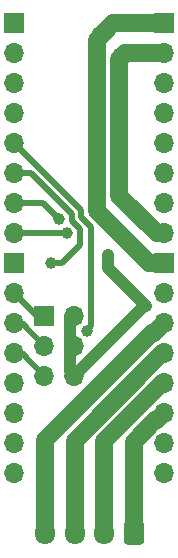
<source format=gbr>
%TF.GenerationSoftware,KiCad,Pcbnew,7.0.11-7.0.11~ubuntu22.04.1*%
%TF.CreationDate,2024-03-10T10:15:41+03:00*%
%TF.ProjectId,MDExt,4d444578-742e-46b6-9963-61645f706362,rev?*%
%TF.SameCoordinates,Original*%
%TF.FileFunction,Copper,L2,Bot*%
%TF.FilePolarity,Positive*%
%FSLAX46Y46*%
G04 Gerber Fmt 4.6, Leading zero omitted, Abs format (unit mm)*
G04 Created by KiCad (PCBNEW 7.0.11-7.0.11~ubuntu22.04.1) date 2024-03-10 10:15:41*
%MOMM*%
%LPD*%
G01*
G04 APERTURE LIST*
G04 Aperture macros list*
%AMRoundRect*
0 Rectangle with rounded corners*
0 $1 Rounding radius*
0 $2 $3 $4 $5 $6 $7 $8 $9 X,Y pos of 4 corners*
0 Add a 4 corners polygon primitive as box body*
4,1,4,$2,$3,$4,$5,$6,$7,$8,$9,$2,$3,0*
0 Add four circle primitives for the rounded corners*
1,1,$1+$1,$2,$3*
1,1,$1+$1,$4,$5*
1,1,$1+$1,$6,$7*
1,1,$1+$1,$8,$9*
0 Add four rect primitives between the rounded corners*
20,1,$1+$1,$2,$3,$4,$5,0*
20,1,$1+$1,$4,$5,$6,$7,0*
20,1,$1+$1,$6,$7,$8,$9,0*
20,1,$1+$1,$8,$9,$2,$3,0*%
G04 Aperture macros list end*
%TA.AperFunction,ComponentPad*%
%ADD10RoundRect,0.250000X0.600000X0.725000X-0.600000X0.725000X-0.600000X-0.725000X0.600000X-0.725000X0*%
%TD*%
%TA.AperFunction,ComponentPad*%
%ADD11O,1.700000X1.950000*%
%TD*%
%TA.AperFunction,ComponentPad*%
%ADD12C,1.600000*%
%TD*%
%TA.AperFunction,ComponentPad*%
%ADD13R,1.700000X1.700000*%
%TD*%
%TA.AperFunction,ComponentPad*%
%ADD14O,1.700000X1.700000*%
%TD*%
%TA.AperFunction,ViaPad*%
%ADD15C,1.000000*%
%TD*%
%TA.AperFunction,Conductor*%
%ADD16C,1.000000*%
%TD*%
%TA.AperFunction,Conductor*%
%ADD17C,0.500000*%
%TD*%
%TA.AperFunction,Conductor*%
%ADD18C,1.500000*%
%TD*%
G04 APERTURE END LIST*
D10*
%TO.P,J6,1,Pin_1*%
%TO.N,Net-(J2-Pin_6)*%
X53300000Y-83820000D03*
D11*
%TO.P,J6,2,Pin_2*%
%TO.N,Net-(J2-Pin_5)*%
X50800000Y-83820000D03*
%TO.P,J6,3,Pin_3*%
%TO.N,Net-(J2-Pin_4)*%
X48300000Y-83820000D03*
%TO.P,J6,4,Pin_4*%
%TO.N,Net-(J2-Pin_3)*%
X45800000Y-83820000D03*
%TD*%
D12*
%TO.P,C1,1*%
%TO.N,+12V*%
X50551117Y-41661117D03*
%TO.P,C1,2*%
%TO.N,GND*%
X52318884Y-43428884D03*
%TD*%
D13*
%TO.P,J1,1,Pin_1*%
%TO.N,/MDriverExtendY/EN*%
X43180000Y-60960000D03*
D14*
%TO.P,J1,2,Pin_2*%
%TO.N,Net-(J1-Pin_2)*%
X43180000Y-63500000D03*
%TO.P,J1,3,Pin_3*%
%TO.N,Net-(J1-Pin_3)*%
X43180000Y-66040000D03*
%TO.P,J1,4,Pin_4*%
%TO.N,Net-(J1-Pin_4)*%
X43180000Y-68580000D03*
%TO.P,J1,5,Pin_5*%
%TO.N,/MDriverExtendY/RST*%
X43180000Y-71120000D03*
%TO.P,J1,6,Pin_6*%
%TO.N,/MDriverExtendY/SLP*%
X43180000Y-73660000D03*
%TO.P,J1,7,Pin_7*%
%TO.N,/MDriverExtendY/STP*%
X43180000Y-76200000D03*
%TO.P,J1,8,Pin_8*%
%TO.N,/MDriverExtendY/DIR*%
X43180000Y-78740000D03*
%TD*%
D13*
%TO.P,J5,1,Pin_1*%
%TO.N,+12V*%
X55880000Y-40640000D03*
D14*
%TO.P,J5,2,Pin_2*%
%TO.N,GND*%
X55880000Y-43180000D03*
%TO.P,J5,3,Pin_3*%
%TO.N,unconnected-(J5-Pin_3-Pad3)*%
X55880000Y-45720000D03*
%TO.P,J5,4,Pin_4*%
%TO.N,unconnected-(J5-Pin_4-Pad4)*%
X55880000Y-48260000D03*
%TO.P,J5,5,Pin_5*%
%TO.N,unconnected-(J5-Pin_5-Pad5)*%
X55880000Y-50800000D03*
%TO.P,J5,6,Pin_6*%
%TO.N,unconnected-(J5-Pin_6-Pad6)*%
X55880000Y-53340000D03*
%TO.P,J5,7,Pin_7*%
%TO.N,+5V*%
X55880000Y-55880000D03*
%TO.P,J5,8,Pin_8*%
%TO.N,GND*%
X55880000Y-58420000D03*
%TD*%
D13*
%TO.P,J4,1,Pin_1*%
%TO.N,/MDriverExtendY/EN*%
X43180000Y-40640000D03*
D14*
%TO.P,J4,2,Pin_2*%
%TO.N,unconnected-(J4-Pin_2-Pad2)*%
X43180000Y-43180000D03*
%TO.P,J4,3,Pin_3*%
%TO.N,unconnected-(J4-Pin_3-Pad3)*%
X43180000Y-45720000D03*
%TO.P,J4,4,Pin_4*%
%TO.N,unconnected-(J4-Pin_4-Pad4)*%
X43180000Y-48260000D03*
%TO.P,J4,5,Pin_5*%
%TO.N,/MDriverExtendY/RST*%
X43180000Y-50800000D03*
%TO.P,J4,6,Pin_6*%
%TO.N,/MDriverExtendY/SLP*%
X43180000Y-53340000D03*
%TO.P,J4,7,Pin_7*%
%TO.N,/MDriverExtendY/STP*%
X43180000Y-55880000D03*
%TO.P,J4,8,Pin_8*%
%TO.N,/MDriverExtendY/DIR*%
X43180000Y-58420000D03*
%TD*%
D13*
%TO.P,J2,1,Pin_1*%
%TO.N,+12V*%
X55880000Y-60960000D03*
D14*
%TO.P,J2,2,Pin_2*%
%TO.N,GND*%
X55880000Y-63500000D03*
%TO.P,J2,3,Pin_3*%
%TO.N,Net-(J2-Pin_3)*%
X55880000Y-66040000D03*
%TO.P,J2,4,Pin_4*%
%TO.N,Net-(J2-Pin_4)*%
X55880000Y-68580000D03*
%TO.P,J2,5,Pin_5*%
%TO.N,Net-(J2-Pin_5)*%
X55880000Y-71120000D03*
%TO.P,J2,6,Pin_6*%
%TO.N,Net-(J2-Pin_6)*%
X55880000Y-73660000D03*
%TO.P,J2,7,Pin_7*%
%TO.N,+5V*%
X55880000Y-76200000D03*
%TO.P,J2,8,Pin_8*%
%TO.N,GND*%
X55880000Y-78740000D03*
%TD*%
D13*
%TO.P,J3,1,Pin_1*%
%TO.N,Net-(J1-Pin_2)*%
X45720000Y-65405000D03*
D14*
%TO.P,J3,2,Pin_2*%
%TO.N,+5V*%
X48260000Y-65405000D03*
%TO.P,J3,3,Pin_3*%
%TO.N,Net-(J1-Pin_3)*%
X45720000Y-67945000D03*
%TO.P,J3,4,Pin_4*%
%TO.N,+5V*%
X48260000Y-67945000D03*
%TO.P,J3,5,Pin_5*%
%TO.N,Net-(J1-Pin_4)*%
X45720000Y-70485000D03*
%TO.P,J3,6,Pin_6*%
%TO.N,+5V*%
X48260000Y-70485000D03*
%TD*%
D15*
%TO.N,+5V*%
X51100000Y-60300000D03*
X54308472Y-64591544D03*
%TO.N,/MDriverExtendY/RST*%
X49317806Y-66678684D03*
%TO.N,/MDriverExtendY/SLP*%
X46283783Y-60965079D03*
%TO.N,/MDriverExtendY/STP*%
X46951852Y-57188148D03*
%TO.N,/MDriverExtendY/DIR*%
X47620099Y-58424818D03*
%TD*%
D16*
%TO.N,+5V*%
X54153456Y-64591544D02*
X54308472Y-64591544D01*
X48260000Y-70485000D02*
X54153456Y-64591544D01*
X51100000Y-61383071D02*
X54308472Y-64591544D01*
X51100000Y-60300000D02*
X51100000Y-61383071D01*
X48260000Y-65405000D02*
X47900000Y-65765000D01*
X47900000Y-65765000D02*
X47900000Y-70125000D01*
X47900000Y-70125000D02*
X48260000Y-70485000D01*
D17*
%TO.N,/MDriverExtendY/RST*%
X48865000Y-57053478D02*
X48865000Y-56485000D01*
X49700000Y-66296490D02*
X49700000Y-57888478D01*
X49700000Y-57888478D02*
X48865000Y-57053478D01*
X49317806Y-66678684D02*
X49700000Y-66296490D01*
X48865000Y-56485000D02*
X43180000Y-50800000D01*
D18*
%TO.N,+12V*%
X50165000Y-56515000D02*
X50165000Y-42047234D01*
X54610000Y-60960000D02*
X50165000Y-56515000D01*
X51572234Y-40640000D02*
X55880000Y-40640000D01*
X50165000Y-42047234D02*
X51572234Y-40640000D01*
X55880000Y-60960000D02*
X54610000Y-60960000D01*
%TO.N,GND*%
X52070000Y-43677768D02*
X52567768Y-43180000D01*
X55250584Y-58420000D02*
X52070000Y-55239416D01*
X52070000Y-55239416D02*
X52070000Y-43677768D01*
X55880000Y-58420000D02*
X55250584Y-58420000D01*
X52567768Y-43180000D02*
X55880000Y-43180000D01*
D17*
%TO.N,/MDriverExtendY/SLP*%
X44588630Y-53340000D02*
X48065000Y-56816370D01*
X48772871Y-59392054D02*
X47199846Y-60965079D01*
X48065000Y-56816370D02*
X48065000Y-57384848D01*
X47199846Y-60965079D02*
X46283783Y-60965079D01*
X43180000Y-53340000D02*
X44588630Y-53340000D01*
X48065000Y-57384848D02*
X48772871Y-58092720D01*
X48772871Y-58092720D02*
X48772871Y-59392054D01*
%TO.N,/MDriverExtendY/STP*%
X45643704Y-55880000D02*
X46951852Y-57188148D01*
X43180000Y-55880000D02*
X45643704Y-55880000D01*
%TO.N,/MDriverExtendY/DIR*%
X43180000Y-58420000D02*
X47615281Y-58420000D01*
X47615281Y-58420000D02*
X47620099Y-58424818D01*
%TO.N,Net-(J1-Pin_2)*%
X45085000Y-65405000D02*
X43180000Y-63500000D01*
X45720000Y-65405000D02*
X45085000Y-65405000D01*
%TO.N,Net-(J1-Pin_3)*%
X43815000Y-66040000D02*
X45720000Y-67945000D01*
X43180000Y-66040000D02*
X43815000Y-66040000D01*
%TO.N,Net-(J1-Pin_4)*%
X43815000Y-68580000D02*
X45720000Y-70485000D01*
X43180000Y-68580000D02*
X43815000Y-68580000D01*
D18*
%TO.N,Net-(J2-Pin_3)*%
X55830335Y-66040000D02*
X54977031Y-66893303D01*
X45800000Y-75945509D02*
X45800000Y-83820000D01*
X54852206Y-66893303D02*
X45800000Y-75945509D01*
X55880000Y-66040000D02*
X55830335Y-66040000D01*
X54977031Y-66893303D02*
X54852206Y-66893303D01*
%TO.N,Net-(J2-Pin_4)*%
X55880000Y-68580000D02*
X55711095Y-68580000D01*
X55711095Y-68580000D02*
X48300000Y-75991093D01*
X48300000Y-75991093D02*
X48300000Y-83820000D01*
%TO.N,Net-(J2-Pin_5)*%
X55880000Y-71120000D02*
X55716677Y-71120000D01*
X50800000Y-76036677D02*
X50800000Y-83820000D01*
X55716677Y-71120000D02*
X50800000Y-76036677D01*
%TO.N,Net-(J2-Pin_6)*%
X53300000Y-76082261D02*
X53300000Y-83820000D01*
X55280000Y-74260000D02*
X55122261Y-74260000D01*
X55880000Y-73660000D02*
X55280000Y-74260000D01*
X55122261Y-74260000D02*
X53300000Y-76082261D01*
%TD*%
M02*

</source>
